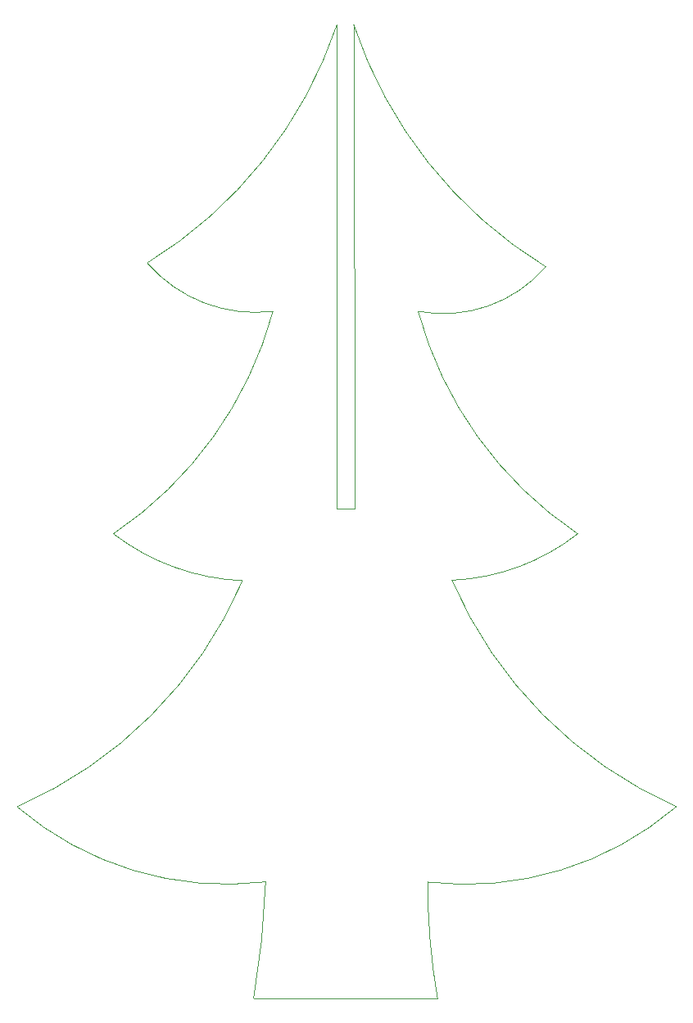
<source format=gko>
%TF.GenerationSoftware,KiCad,Pcbnew,(6.0.7)*%
%TF.CreationDate,2022-11-21T20:09:17+01:00*%
%TF.ProjectId,Arbolito Tronco,4172626f-6c69-4746-9f20-54726f6e636f,rev?*%
%TF.SameCoordinates,Original*%
%TF.FileFunction,Profile,NP*%
%FSLAX46Y46*%
G04 Gerber Fmt 4.6, Leading zero omitted, Abs format (unit mm)*
G04 Created by KiCad (PCBNEW (6.0.7)) date 2022-11-21 20:09:17*
%MOMM*%
%LPD*%
G01*
G04 APERTURE LIST*
%TA.AperFunction,Profile*%
%ADD10C,0.1*%
%TD*%
G04 APERTURE END LIST*
D10*
X0117000004Y0071000001D02*
G75*
G03*
X0133500000Y0048000000I0039068195J0010608699D01*
G01*
X0118000002Y0012000018D02*
G75*
G03*
X0143700000Y0019799999I0003955898J0033204980D01*
G01*
X0089000004Y0075999993D02*
G75*
G03*
X0108600000Y0100600000I-0024100204J0039309907D01*
G01*
X0085500000Y0048000000D02*
G75*
G03*
X0102000000Y0071000000I-0022568230J0033608730D01*
G01*
X0075537921Y0019789192D02*
G75*
G03*
X0098850000Y0043150000I-0017821031J0041095988D01*
G01*
X0110350000Y0100600000D02*
X0110400000Y0050599999D01*
X0108600000Y0100600000D02*
X0108600000Y0050599999D01*
X0075537918Y0019789188D02*
G75*
G03*
X0101237046Y0012021912I0021678582J0025328411D01*
G01*
X0120500001Y0043199974D02*
G75*
G03*
X0133500000Y0048000000I-0000994101J0022696426D01*
G01*
X0116999995Y0070999973D02*
G75*
G03*
X0130199999Y0075600000I0002599405J0013779927D01*
G01*
X0118000002Y0012000000D02*
G75*
G03*
X0119000001Y0000000000I0068822197J-0000306500D01*
G01*
X0100000000Y0000000000D02*
G75*
G03*
X0101237046Y0012021912I-0087385700J0015066530D01*
G01*
X0100000000Y0000000000D02*
X0119000000Y0000000000D01*
X0110349996Y0100599999D02*
G75*
G03*
X0130199999Y0075600000I0044196404J0014711501D01*
G01*
X0085499997Y0047999995D02*
G75*
G03*
X0098850000Y0043150000I0014385803J0018799604D01*
G01*
X0120499964Y0043199984D02*
G75*
G03*
X0143700000Y0019799999I0041408836J0017854116D01*
G01*
X0110400000Y0050599999D02*
X0108600000Y0050599999D01*
X0089000010Y0076000009D02*
G75*
G03*
X0102000000Y0071000000I0011187890J0009688491D01*
G01*
M02*
</source>
